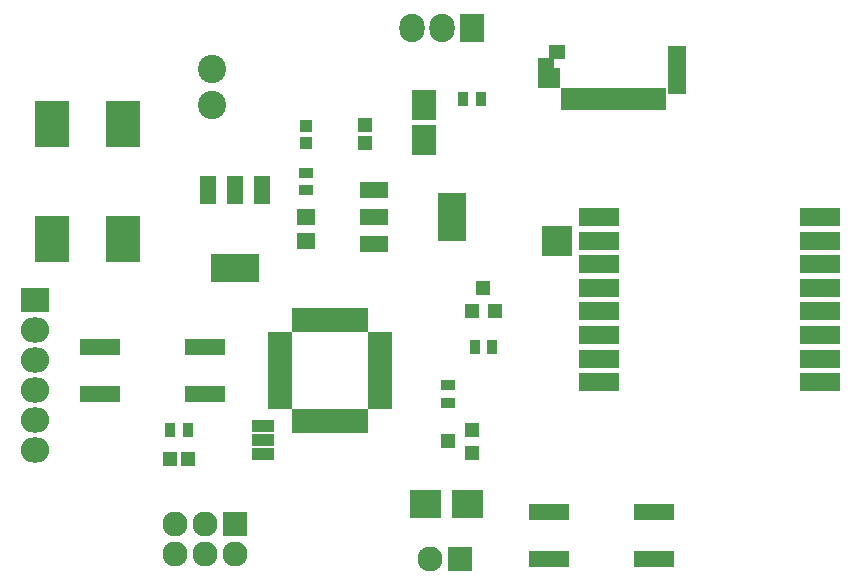
<source format=gbr>
G04 #@! TF.FileFunction,Soldermask,Top*
%FSLAX46Y46*%
G04 Gerber Fmt 4.6, Leading zero omitted, Abs format (unit mm)*
G04 Created by KiCad (PCBNEW 4.0.2-4+6225~38~ubuntu14.04.1-stable) date Tue 29 Mar 2016 01:16:37 BST*
%MOMM*%
G01*
G04 APERTURE LIST*
%ADD10C,0.100000*%
%ADD11R,3.400000X1.600000*%
%ADD12R,1.150000X1.200000*%
%ADD13R,2.000200X2.599640*%
%ADD14R,1.200000X1.150000*%
%ADD15R,1.650000X1.400000*%
%ADD16R,1.100000X1.000000*%
%ADD17R,2.000000X0.950000*%
%ADD18R,0.950000X2.000000*%
%ADD19R,1.400000X2.400000*%
%ADD20R,2.127200X2.127200*%
%ADD21O,2.127200X2.127200*%
%ADD22R,2.400000X2.127200*%
%ADD23O,2.400000X2.150000*%
%ADD24R,2.150000X2.400000*%
%ADD25O,2.150000X2.400000*%
%ADD26R,2.635200X2.635200*%
%ADD27R,1.200000X1.900000*%
%ADD28R,1.600000X4.190000*%
%ADD29R,1.850000X1.800000*%
%ADD30R,1.400000X1.000000*%
%ADD31R,1.350000X1.250000*%
%ADD32R,1.200100X1.200100*%
%ADD33R,0.900000X1.300000*%
%ADD34R,1.300000X0.900000*%
%ADD35R,3.500000X1.400000*%
%ADD36R,2.432000X4.057600*%
%ADD37R,2.432000X1.416000*%
%ADD38R,4.057600X2.432000*%
%ADD39R,1.416000X2.432000*%
%ADD40C,2.400000*%
%ADD41R,2.900000X3.900000*%
%ADD42R,1.900000X1.000000*%
G04 APERTURE END LIST*
D10*
D11*
X106500000Y-163000000D03*
X106500000Y-161000000D03*
X106500000Y-159000000D03*
X106500000Y-157000000D03*
X106500000Y-155000000D03*
X106500000Y-153000000D03*
X106500000Y-151000000D03*
X106500000Y-149000000D03*
X87800000Y-149000000D03*
X87800000Y-151000000D03*
X87800000Y-153000000D03*
X87800000Y-155000000D03*
X87800000Y-157000000D03*
X87800000Y-159000000D03*
X87800000Y-161000000D03*
X87800000Y-163000000D03*
D12*
X68000000Y-141250000D03*
X68000000Y-142750000D03*
D13*
X73000000Y-139498860D03*
X73000000Y-142501140D03*
D14*
X51500000Y-169500000D03*
X53000000Y-169500000D03*
D15*
X63000000Y-151000000D03*
X63000000Y-149000000D03*
D16*
X63000000Y-142700000D03*
X63000000Y-141300000D03*
D17*
X60750000Y-159200000D03*
X60750000Y-160000000D03*
X60750000Y-160800000D03*
X60750000Y-161600000D03*
X60750000Y-162400000D03*
X60750000Y-163200000D03*
X60750000Y-164000000D03*
X60750000Y-164800000D03*
D18*
X62200000Y-166250000D03*
X63000000Y-166250000D03*
X63800000Y-166250000D03*
X64600000Y-166250000D03*
X65400000Y-166250000D03*
X66200000Y-166250000D03*
X67000000Y-166250000D03*
X67800000Y-166250000D03*
D17*
X69250000Y-164800000D03*
X69250000Y-164000000D03*
X69250000Y-163200000D03*
X69250000Y-162400000D03*
X69250000Y-161600000D03*
X69250000Y-160800000D03*
X69250000Y-160000000D03*
X69250000Y-159200000D03*
D18*
X67800000Y-157750000D03*
X67000000Y-157750000D03*
X66200000Y-157750000D03*
X65400000Y-157750000D03*
X64600000Y-157750000D03*
X63800000Y-157750000D03*
X63000000Y-157750000D03*
X62200000Y-157750000D03*
D19*
X75985000Y-173316000D03*
X77255000Y-173316000D03*
X72429000Y-173316000D03*
X73699000Y-173316000D03*
D20*
X76000000Y-178000000D03*
D21*
X73460000Y-178000000D03*
D22*
X40000000Y-156000000D03*
D23*
X40000000Y-158540000D03*
X40000000Y-161080000D03*
X40000000Y-163620000D03*
X40000000Y-166160000D03*
X40000000Y-168700000D03*
D20*
X57000000Y-175000000D03*
D21*
X57000000Y-177540000D03*
X54460000Y-175000000D03*
X54460000Y-177540000D03*
X51920000Y-175000000D03*
X51920000Y-177540000D03*
D24*
X77000000Y-133000000D03*
D25*
X74460000Y-133000000D03*
X71920000Y-133000000D03*
D26*
X84250000Y-151000000D03*
D27*
X92850000Y-139000000D03*
X91750000Y-139000000D03*
X90650000Y-139000000D03*
X89550000Y-139000000D03*
X88450000Y-139000000D03*
X87350000Y-139000000D03*
X86250000Y-139000000D03*
X85150000Y-139000000D03*
D28*
X94400000Y-136520000D03*
D29*
X83525000Y-137275000D03*
D30*
X83300000Y-136025000D03*
D31*
X84225000Y-135050000D03*
D32*
X77000760Y-168950000D03*
X77000760Y-167050000D03*
X75001780Y-168000000D03*
X77050000Y-157000760D03*
X78950000Y-157000760D03*
X78000000Y-155001780D03*
D33*
X53000000Y-167000000D03*
X51500000Y-167000000D03*
D34*
X75000000Y-163250000D03*
X75000000Y-164750000D03*
D33*
X77250000Y-160000000D03*
X78750000Y-160000000D03*
X76250000Y-139000000D03*
X77750000Y-139000000D03*
D34*
X63000000Y-145250000D03*
X63000000Y-146750000D03*
D35*
X54450000Y-164000000D03*
X45550000Y-164000000D03*
X45550000Y-160000000D03*
X54450000Y-160000000D03*
X92450000Y-178000000D03*
X83550000Y-178000000D03*
X83550000Y-174000000D03*
X92450000Y-174000000D03*
D36*
X75302000Y-149000000D03*
D37*
X68698000Y-149000000D03*
X68698000Y-151286000D03*
X68698000Y-146714000D03*
D38*
X57000000Y-153302000D03*
D39*
X57000000Y-146698000D03*
X54714000Y-146698000D03*
X59286000Y-146698000D03*
D40*
X55000000Y-136500000D03*
X55000000Y-139500000D03*
D41*
X47500000Y-150900000D03*
X41500000Y-150900000D03*
X47500000Y-141100000D03*
X41500000Y-141100000D03*
D42*
X59350000Y-166700000D03*
X59350000Y-167900000D03*
X59350000Y-169100000D03*
M02*

</source>
